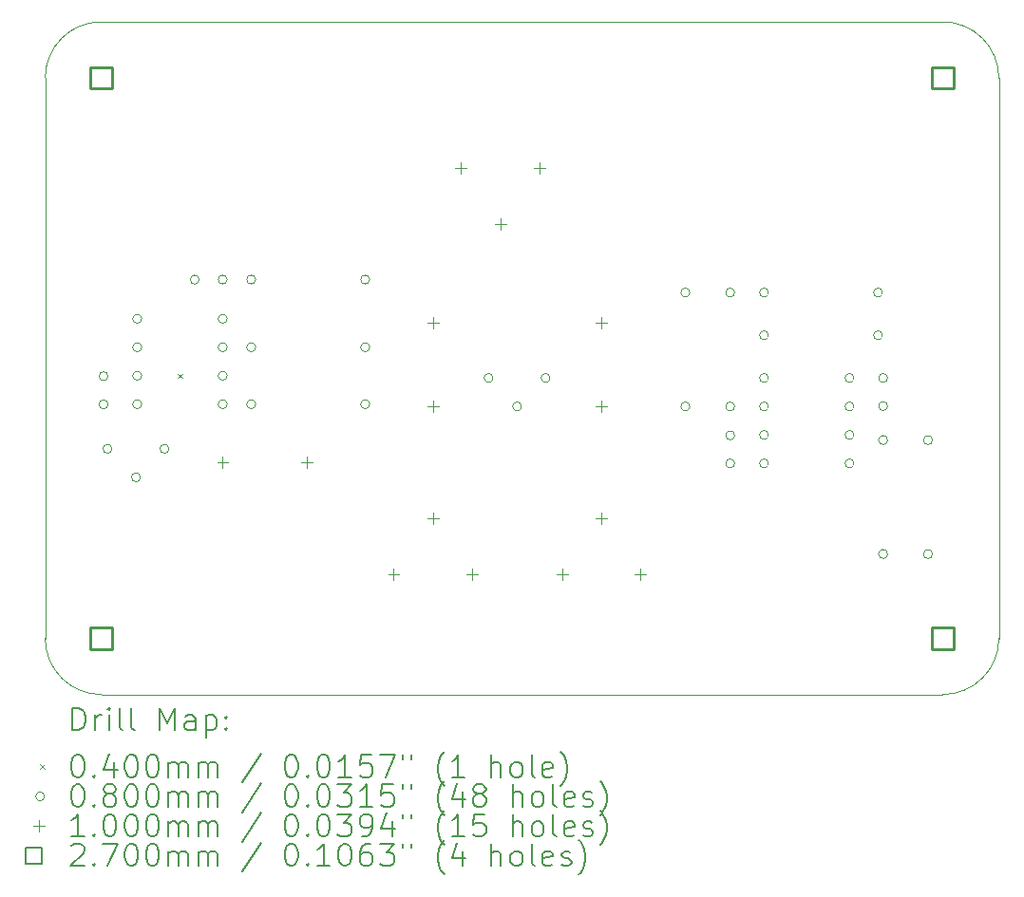
<source format=gbr>
%TF.GenerationSoftware,KiCad,Pcbnew,7.0.1*%
%TF.CreationDate,2023-05-01T00:30:47+02:00*%
%TF.ProjectId,ChuaCircuits,43687561-4369-4726-9375-6974732e6b69,rev?*%
%TF.SameCoordinates,Original*%
%TF.FileFunction,Drillmap*%
%TF.FilePolarity,Positive*%
%FSLAX45Y45*%
G04 Gerber Fmt 4.5, Leading zero omitted, Abs format (unit mm)*
G04 Created by KiCad (PCBNEW 7.0.1) date 2023-05-01 00:30:47*
%MOMM*%
%LPD*%
G01*
G04 APERTURE LIST*
%ADD10C,0.100000*%
%ADD11C,0.200000*%
%ADD12C,0.040000*%
%ADD13C,0.080000*%
%ADD14C,0.270000*%
G04 APERTURE END LIST*
D10*
X14856000Y-12153000D02*
G75*
G03*
X15356000Y-11653000I0J500000D01*
G01*
X15356000Y-6653000D02*
G75*
G03*
X14856000Y-6153000I-500000J0D01*
G01*
X6856000Y-11653000D02*
G75*
G03*
X7356000Y-12153000I500000J0D01*
G01*
X15356000Y-11653000D02*
X15356000Y-6653000D01*
X7356000Y-6153000D02*
X14856000Y-6153000D01*
X7356000Y-6153000D02*
G75*
G03*
X6856000Y-6653000I0J-500000D01*
G01*
X6856000Y-11653000D02*
X6856000Y-6653000D01*
X7356000Y-12153000D02*
X14856000Y-12153000D01*
D11*
D12*
X8036000Y-9290000D02*
X8076000Y-9330000D01*
X8076000Y-9290000D02*
X8036000Y-9330000D01*
D13*
X7416000Y-9314000D02*
G75*
G03*
X7416000Y-9314000I-40000J0D01*
G01*
X7416000Y-9564000D02*
G75*
G03*
X7416000Y-9564000I-40000J0D01*
G01*
X7450000Y-9961500D02*
G75*
G03*
X7450000Y-9961500I-40000J0D01*
G01*
X7704000Y-10215500D02*
G75*
G03*
X7704000Y-10215500I-40000J0D01*
G01*
X7716000Y-8802000D02*
G75*
G03*
X7716000Y-8802000I-40000J0D01*
G01*
X7716000Y-9056000D02*
G75*
G03*
X7716000Y-9056000I-40000J0D01*
G01*
X7716000Y-9310000D02*
G75*
G03*
X7716000Y-9310000I-40000J0D01*
G01*
X7716000Y-9564000D02*
G75*
G03*
X7716000Y-9564000I-40000J0D01*
G01*
X7958000Y-9961500D02*
G75*
G03*
X7958000Y-9961500I-40000J0D01*
G01*
X8228000Y-8452000D02*
G75*
G03*
X8228000Y-8452000I-40000J0D01*
G01*
X8478000Y-8452000D02*
G75*
G03*
X8478000Y-8452000I-40000J0D01*
G01*
X8478000Y-8802000D02*
G75*
G03*
X8478000Y-8802000I-40000J0D01*
G01*
X8478000Y-9056000D02*
G75*
G03*
X8478000Y-9056000I-40000J0D01*
G01*
X8478000Y-9310000D02*
G75*
G03*
X8478000Y-9310000I-40000J0D01*
G01*
X8478000Y-9564000D02*
G75*
G03*
X8478000Y-9564000I-40000J0D01*
G01*
X8732000Y-8452000D02*
G75*
G03*
X8732000Y-8452000I-40000J0D01*
G01*
X8732000Y-9056000D02*
G75*
G03*
X8732000Y-9056000I-40000J0D01*
G01*
X8732000Y-9564000D02*
G75*
G03*
X8732000Y-9564000I-40000J0D01*
G01*
X9748000Y-8452000D02*
G75*
G03*
X9748000Y-8452000I-40000J0D01*
G01*
X9748000Y-9056000D02*
G75*
G03*
X9748000Y-9056000I-40000J0D01*
G01*
X9748000Y-9564000D02*
G75*
G03*
X9748000Y-9564000I-40000J0D01*
G01*
X10848000Y-9330000D02*
G75*
G03*
X10848000Y-9330000I-40000J0D01*
G01*
X11102000Y-9584000D02*
G75*
G03*
X11102000Y-9584000I-40000J0D01*
G01*
X11356000Y-9330000D02*
G75*
G03*
X11356000Y-9330000I-40000J0D01*
G01*
X12602000Y-8568000D02*
G75*
G03*
X12602000Y-8568000I-40000J0D01*
G01*
X12602000Y-9584000D02*
G75*
G03*
X12602000Y-9584000I-40000J0D01*
G01*
X13002000Y-8568000D02*
G75*
G03*
X13002000Y-8568000I-40000J0D01*
G01*
X13002000Y-9584000D02*
G75*
G03*
X13002000Y-9584000I-40000J0D01*
G01*
X13002000Y-9842000D02*
G75*
G03*
X13002000Y-9842000I-40000J0D01*
G01*
X13002000Y-10092000D02*
G75*
G03*
X13002000Y-10092000I-40000J0D01*
G01*
X13302000Y-8568000D02*
G75*
G03*
X13302000Y-8568000I-40000J0D01*
G01*
X13302000Y-8949000D02*
G75*
G03*
X13302000Y-8949000I-40000J0D01*
G01*
X13302000Y-9330000D02*
G75*
G03*
X13302000Y-9330000I-40000J0D01*
G01*
X13302000Y-9584000D02*
G75*
G03*
X13302000Y-9584000I-40000J0D01*
G01*
X13302000Y-9838000D02*
G75*
G03*
X13302000Y-9838000I-40000J0D01*
G01*
X13302000Y-10092000D02*
G75*
G03*
X13302000Y-10092000I-40000J0D01*
G01*
X14064000Y-9330000D02*
G75*
G03*
X14064000Y-9330000I-40000J0D01*
G01*
X14064000Y-9584000D02*
G75*
G03*
X14064000Y-9584000I-40000J0D01*
G01*
X14064000Y-9838000D02*
G75*
G03*
X14064000Y-9838000I-40000J0D01*
G01*
X14064000Y-10092000D02*
G75*
G03*
X14064000Y-10092000I-40000J0D01*
G01*
X14318000Y-8568000D02*
G75*
G03*
X14318000Y-8568000I-40000J0D01*
G01*
X14318000Y-8949000D02*
G75*
G03*
X14318000Y-8949000I-40000J0D01*
G01*
X14364000Y-9330000D02*
G75*
G03*
X14364000Y-9330000I-40000J0D01*
G01*
X14364000Y-9580000D02*
G75*
G03*
X14364000Y-9580000I-40000J0D01*
G01*
X14364000Y-9884000D02*
G75*
G03*
X14364000Y-9884000I-40000J0D01*
G01*
X14364000Y-10900000D02*
G75*
G03*
X14364000Y-10900000I-40000J0D01*
G01*
X14764000Y-9884000D02*
G75*
G03*
X14764000Y-9884000I-40000J0D01*
G01*
X14764000Y-10900000D02*
G75*
G03*
X14764000Y-10900000I-40000J0D01*
G01*
D10*
X8438000Y-10034000D02*
X8438000Y-10134000D01*
X8388000Y-10084000D02*
X8488000Y-10084000D01*
X9188000Y-10034000D02*
X9188000Y-10134000D01*
X9138000Y-10084000D02*
X9238000Y-10084000D01*
X9962000Y-11034000D02*
X9962000Y-11134000D01*
X9912000Y-11084000D02*
X10012000Y-11084000D01*
X10312000Y-8784000D02*
X10312000Y-8884000D01*
X10262000Y-8834000D02*
X10362000Y-8834000D01*
X10312000Y-9534000D02*
X10312000Y-9634000D01*
X10262000Y-9584000D02*
X10362000Y-9584000D01*
X10312000Y-10534000D02*
X10312000Y-10634000D01*
X10262000Y-10584000D02*
X10362000Y-10584000D01*
X10562000Y-7406000D02*
X10562000Y-7506000D01*
X10512000Y-7456000D02*
X10612000Y-7456000D01*
X10662000Y-11034000D02*
X10662000Y-11134000D01*
X10612000Y-11084000D02*
X10712000Y-11084000D01*
X10912000Y-7906000D02*
X10912000Y-8006000D01*
X10862000Y-7956000D02*
X10962000Y-7956000D01*
X11262000Y-7406000D02*
X11262000Y-7506000D01*
X11212000Y-7456000D02*
X11312000Y-7456000D01*
X11462000Y-11034000D02*
X11462000Y-11134000D01*
X11412000Y-11084000D02*
X11512000Y-11084000D01*
X11812000Y-8784000D02*
X11812000Y-8884000D01*
X11762000Y-8834000D02*
X11862000Y-8834000D01*
X11812000Y-9534000D02*
X11812000Y-9634000D01*
X11762000Y-9584000D02*
X11862000Y-9584000D01*
X11812000Y-10534000D02*
X11812000Y-10634000D01*
X11762000Y-10584000D02*
X11862000Y-10584000D01*
X12162000Y-11034000D02*
X12162000Y-11134000D01*
X12112000Y-11084000D02*
X12212000Y-11084000D01*
D14*
X7451460Y-6748460D02*
X7451460Y-6557540D01*
X7260539Y-6557540D01*
X7260539Y-6748460D01*
X7451460Y-6748460D01*
X7451460Y-11748460D02*
X7451460Y-11557540D01*
X7260540Y-11557540D01*
X7260540Y-11748460D01*
X7451460Y-11748460D01*
X14951460Y-6748460D02*
X14951460Y-6557540D01*
X14760540Y-6557540D01*
X14760540Y-6748460D01*
X14951460Y-6748460D01*
X14951460Y-11748460D02*
X14951460Y-11557540D01*
X14760540Y-11557540D01*
X14760540Y-11748460D01*
X14951460Y-11748460D01*
D11*
X7098619Y-12470524D02*
X7098619Y-12270524D01*
X7098619Y-12270524D02*
X7146238Y-12270524D01*
X7146238Y-12270524D02*
X7174809Y-12280048D01*
X7174809Y-12280048D02*
X7193857Y-12299095D01*
X7193857Y-12299095D02*
X7203381Y-12318143D01*
X7203381Y-12318143D02*
X7212905Y-12356238D01*
X7212905Y-12356238D02*
X7212905Y-12384809D01*
X7212905Y-12384809D02*
X7203381Y-12422905D01*
X7203381Y-12422905D02*
X7193857Y-12441952D01*
X7193857Y-12441952D02*
X7174809Y-12461000D01*
X7174809Y-12461000D02*
X7146238Y-12470524D01*
X7146238Y-12470524D02*
X7098619Y-12470524D01*
X7298619Y-12470524D02*
X7298619Y-12337190D01*
X7298619Y-12375286D02*
X7308143Y-12356238D01*
X7308143Y-12356238D02*
X7317667Y-12346714D01*
X7317667Y-12346714D02*
X7336714Y-12337190D01*
X7336714Y-12337190D02*
X7355762Y-12337190D01*
X7422428Y-12470524D02*
X7422428Y-12337190D01*
X7422428Y-12270524D02*
X7412905Y-12280048D01*
X7412905Y-12280048D02*
X7422428Y-12289571D01*
X7422428Y-12289571D02*
X7431952Y-12280048D01*
X7431952Y-12280048D02*
X7422428Y-12270524D01*
X7422428Y-12270524D02*
X7422428Y-12289571D01*
X7546238Y-12470524D02*
X7527190Y-12461000D01*
X7527190Y-12461000D02*
X7517667Y-12441952D01*
X7517667Y-12441952D02*
X7517667Y-12270524D01*
X7651000Y-12470524D02*
X7631952Y-12461000D01*
X7631952Y-12461000D02*
X7622428Y-12441952D01*
X7622428Y-12441952D02*
X7622428Y-12270524D01*
X7879571Y-12470524D02*
X7879571Y-12270524D01*
X7879571Y-12270524D02*
X7946238Y-12413381D01*
X7946238Y-12413381D02*
X8012905Y-12270524D01*
X8012905Y-12270524D02*
X8012905Y-12470524D01*
X8193857Y-12470524D02*
X8193857Y-12365762D01*
X8193857Y-12365762D02*
X8184333Y-12346714D01*
X8184333Y-12346714D02*
X8165286Y-12337190D01*
X8165286Y-12337190D02*
X8127190Y-12337190D01*
X8127190Y-12337190D02*
X8108143Y-12346714D01*
X8193857Y-12461000D02*
X8174809Y-12470524D01*
X8174809Y-12470524D02*
X8127190Y-12470524D01*
X8127190Y-12470524D02*
X8108143Y-12461000D01*
X8108143Y-12461000D02*
X8098619Y-12441952D01*
X8098619Y-12441952D02*
X8098619Y-12422905D01*
X8098619Y-12422905D02*
X8108143Y-12403857D01*
X8108143Y-12403857D02*
X8127190Y-12394333D01*
X8127190Y-12394333D02*
X8174809Y-12394333D01*
X8174809Y-12394333D02*
X8193857Y-12384809D01*
X8289095Y-12337190D02*
X8289095Y-12537190D01*
X8289095Y-12346714D02*
X8308143Y-12337190D01*
X8308143Y-12337190D02*
X8346238Y-12337190D01*
X8346238Y-12337190D02*
X8365286Y-12346714D01*
X8365286Y-12346714D02*
X8374809Y-12356238D01*
X8374809Y-12356238D02*
X8384333Y-12375286D01*
X8384333Y-12375286D02*
X8384333Y-12432428D01*
X8384333Y-12432428D02*
X8374809Y-12451476D01*
X8374809Y-12451476D02*
X8365286Y-12461000D01*
X8365286Y-12461000D02*
X8346238Y-12470524D01*
X8346238Y-12470524D02*
X8308143Y-12470524D01*
X8308143Y-12470524D02*
X8289095Y-12461000D01*
X8470048Y-12451476D02*
X8479571Y-12461000D01*
X8479571Y-12461000D02*
X8470048Y-12470524D01*
X8470048Y-12470524D02*
X8460524Y-12461000D01*
X8460524Y-12461000D02*
X8470048Y-12451476D01*
X8470048Y-12451476D02*
X8470048Y-12470524D01*
X8470048Y-12346714D02*
X8479571Y-12356238D01*
X8479571Y-12356238D02*
X8470048Y-12365762D01*
X8470048Y-12365762D02*
X8460524Y-12356238D01*
X8460524Y-12356238D02*
X8470048Y-12346714D01*
X8470048Y-12346714D02*
X8470048Y-12365762D01*
D12*
X6811000Y-12778000D02*
X6851000Y-12818000D01*
X6851000Y-12778000D02*
X6811000Y-12818000D01*
D11*
X7136714Y-12690524D02*
X7155762Y-12690524D01*
X7155762Y-12690524D02*
X7174809Y-12700048D01*
X7174809Y-12700048D02*
X7184333Y-12709571D01*
X7184333Y-12709571D02*
X7193857Y-12728619D01*
X7193857Y-12728619D02*
X7203381Y-12766714D01*
X7203381Y-12766714D02*
X7203381Y-12814333D01*
X7203381Y-12814333D02*
X7193857Y-12852428D01*
X7193857Y-12852428D02*
X7184333Y-12871476D01*
X7184333Y-12871476D02*
X7174809Y-12881000D01*
X7174809Y-12881000D02*
X7155762Y-12890524D01*
X7155762Y-12890524D02*
X7136714Y-12890524D01*
X7136714Y-12890524D02*
X7117667Y-12881000D01*
X7117667Y-12881000D02*
X7108143Y-12871476D01*
X7108143Y-12871476D02*
X7098619Y-12852428D01*
X7098619Y-12852428D02*
X7089095Y-12814333D01*
X7089095Y-12814333D02*
X7089095Y-12766714D01*
X7089095Y-12766714D02*
X7098619Y-12728619D01*
X7098619Y-12728619D02*
X7108143Y-12709571D01*
X7108143Y-12709571D02*
X7117667Y-12700048D01*
X7117667Y-12700048D02*
X7136714Y-12690524D01*
X7289095Y-12871476D02*
X7298619Y-12881000D01*
X7298619Y-12881000D02*
X7289095Y-12890524D01*
X7289095Y-12890524D02*
X7279571Y-12881000D01*
X7279571Y-12881000D02*
X7289095Y-12871476D01*
X7289095Y-12871476D02*
X7289095Y-12890524D01*
X7470048Y-12757190D02*
X7470048Y-12890524D01*
X7422428Y-12681000D02*
X7374809Y-12823857D01*
X7374809Y-12823857D02*
X7498619Y-12823857D01*
X7612905Y-12690524D02*
X7631952Y-12690524D01*
X7631952Y-12690524D02*
X7651000Y-12700048D01*
X7651000Y-12700048D02*
X7660524Y-12709571D01*
X7660524Y-12709571D02*
X7670048Y-12728619D01*
X7670048Y-12728619D02*
X7679571Y-12766714D01*
X7679571Y-12766714D02*
X7679571Y-12814333D01*
X7679571Y-12814333D02*
X7670048Y-12852428D01*
X7670048Y-12852428D02*
X7660524Y-12871476D01*
X7660524Y-12871476D02*
X7651000Y-12881000D01*
X7651000Y-12881000D02*
X7631952Y-12890524D01*
X7631952Y-12890524D02*
X7612905Y-12890524D01*
X7612905Y-12890524D02*
X7593857Y-12881000D01*
X7593857Y-12881000D02*
X7584333Y-12871476D01*
X7584333Y-12871476D02*
X7574809Y-12852428D01*
X7574809Y-12852428D02*
X7565286Y-12814333D01*
X7565286Y-12814333D02*
X7565286Y-12766714D01*
X7565286Y-12766714D02*
X7574809Y-12728619D01*
X7574809Y-12728619D02*
X7584333Y-12709571D01*
X7584333Y-12709571D02*
X7593857Y-12700048D01*
X7593857Y-12700048D02*
X7612905Y-12690524D01*
X7803381Y-12690524D02*
X7822429Y-12690524D01*
X7822429Y-12690524D02*
X7841476Y-12700048D01*
X7841476Y-12700048D02*
X7851000Y-12709571D01*
X7851000Y-12709571D02*
X7860524Y-12728619D01*
X7860524Y-12728619D02*
X7870048Y-12766714D01*
X7870048Y-12766714D02*
X7870048Y-12814333D01*
X7870048Y-12814333D02*
X7860524Y-12852428D01*
X7860524Y-12852428D02*
X7851000Y-12871476D01*
X7851000Y-12871476D02*
X7841476Y-12881000D01*
X7841476Y-12881000D02*
X7822429Y-12890524D01*
X7822429Y-12890524D02*
X7803381Y-12890524D01*
X7803381Y-12890524D02*
X7784333Y-12881000D01*
X7784333Y-12881000D02*
X7774809Y-12871476D01*
X7774809Y-12871476D02*
X7765286Y-12852428D01*
X7765286Y-12852428D02*
X7755762Y-12814333D01*
X7755762Y-12814333D02*
X7755762Y-12766714D01*
X7755762Y-12766714D02*
X7765286Y-12728619D01*
X7765286Y-12728619D02*
X7774809Y-12709571D01*
X7774809Y-12709571D02*
X7784333Y-12700048D01*
X7784333Y-12700048D02*
X7803381Y-12690524D01*
X7955762Y-12890524D02*
X7955762Y-12757190D01*
X7955762Y-12776238D02*
X7965286Y-12766714D01*
X7965286Y-12766714D02*
X7984333Y-12757190D01*
X7984333Y-12757190D02*
X8012905Y-12757190D01*
X8012905Y-12757190D02*
X8031952Y-12766714D01*
X8031952Y-12766714D02*
X8041476Y-12785762D01*
X8041476Y-12785762D02*
X8041476Y-12890524D01*
X8041476Y-12785762D02*
X8051000Y-12766714D01*
X8051000Y-12766714D02*
X8070048Y-12757190D01*
X8070048Y-12757190D02*
X8098619Y-12757190D01*
X8098619Y-12757190D02*
X8117667Y-12766714D01*
X8117667Y-12766714D02*
X8127190Y-12785762D01*
X8127190Y-12785762D02*
X8127190Y-12890524D01*
X8222429Y-12890524D02*
X8222429Y-12757190D01*
X8222429Y-12776238D02*
X8231952Y-12766714D01*
X8231952Y-12766714D02*
X8251000Y-12757190D01*
X8251000Y-12757190D02*
X8279571Y-12757190D01*
X8279571Y-12757190D02*
X8298619Y-12766714D01*
X8298619Y-12766714D02*
X8308143Y-12785762D01*
X8308143Y-12785762D02*
X8308143Y-12890524D01*
X8308143Y-12785762D02*
X8317667Y-12766714D01*
X8317667Y-12766714D02*
X8336714Y-12757190D01*
X8336714Y-12757190D02*
X8365286Y-12757190D01*
X8365286Y-12757190D02*
X8384333Y-12766714D01*
X8384333Y-12766714D02*
X8393857Y-12785762D01*
X8393857Y-12785762D02*
X8393857Y-12890524D01*
X8784333Y-12681000D02*
X8612905Y-12938143D01*
X9041476Y-12690524D02*
X9060524Y-12690524D01*
X9060524Y-12690524D02*
X9079572Y-12700048D01*
X9079572Y-12700048D02*
X9089095Y-12709571D01*
X9089095Y-12709571D02*
X9098619Y-12728619D01*
X9098619Y-12728619D02*
X9108143Y-12766714D01*
X9108143Y-12766714D02*
X9108143Y-12814333D01*
X9108143Y-12814333D02*
X9098619Y-12852428D01*
X9098619Y-12852428D02*
X9089095Y-12871476D01*
X9089095Y-12871476D02*
X9079572Y-12881000D01*
X9079572Y-12881000D02*
X9060524Y-12890524D01*
X9060524Y-12890524D02*
X9041476Y-12890524D01*
X9041476Y-12890524D02*
X9022429Y-12881000D01*
X9022429Y-12881000D02*
X9012905Y-12871476D01*
X9012905Y-12871476D02*
X9003381Y-12852428D01*
X9003381Y-12852428D02*
X8993857Y-12814333D01*
X8993857Y-12814333D02*
X8993857Y-12766714D01*
X8993857Y-12766714D02*
X9003381Y-12728619D01*
X9003381Y-12728619D02*
X9012905Y-12709571D01*
X9012905Y-12709571D02*
X9022429Y-12700048D01*
X9022429Y-12700048D02*
X9041476Y-12690524D01*
X9193857Y-12871476D02*
X9203381Y-12881000D01*
X9203381Y-12881000D02*
X9193857Y-12890524D01*
X9193857Y-12890524D02*
X9184334Y-12881000D01*
X9184334Y-12881000D02*
X9193857Y-12871476D01*
X9193857Y-12871476D02*
X9193857Y-12890524D01*
X9327191Y-12690524D02*
X9346238Y-12690524D01*
X9346238Y-12690524D02*
X9365286Y-12700048D01*
X9365286Y-12700048D02*
X9374810Y-12709571D01*
X9374810Y-12709571D02*
X9384334Y-12728619D01*
X9384334Y-12728619D02*
X9393857Y-12766714D01*
X9393857Y-12766714D02*
X9393857Y-12814333D01*
X9393857Y-12814333D02*
X9384334Y-12852428D01*
X9384334Y-12852428D02*
X9374810Y-12871476D01*
X9374810Y-12871476D02*
X9365286Y-12881000D01*
X9365286Y-12881000D02*
X9346238Y-12890524D01*
X9346238Y-12890524D02*
X9327191Y-12890524D01*
X9327191Y-12890524D02*
X9308143Y-12881000D01*
X9308143Y-12881000D02*
X9298619Y-12871476D01*
X9298619Y-12871476D02*
X9289095Y-12852428D01*
X9289095Y-12852428D02*
X9279572Y-12814333D01*
X9279572Y-12814333D02*
X9279572Y-12766714D01*
X9279572Y-12766714D02*
X9289095Y-12728619D01*
X9289095Y-12728619D02*
X9298619Y-12709571D01*
X9298619Y-12709571D02*
X9308143Y-12700048D01*
X9308143Y-12700048D02*
X9327191Y-12690524D01*
X9584334Y-12890524D02*
X9470048Y-12890524D01*
X9527191Y-12890524D02*
X9527191Y-12690524D01*
X9527191Y-12690524D02*
X9508143Y-12719095D01*
X9508143Y-12719095D02*
X9489095Y-12738143D01*
X9489095Y-12738143D02*
X9470048Y-12747667D01*
X9765286Y-12690524D02*
X9670048Y-12690524D01*
X9670048Y-12690524D02*
X9660524Y-12785762D01*
X9660524Y-12785762D02*
X9670048Y-12776238D01*
X9670048Y-12776238D02*
X9689095Y-12766714D01*
X9689095Y-12766714D02*
X9736715Y-12766714D01*
X9736715Y-12766714D02*
X9755762Y-12776238D01*
X9755762Y-12776238D02*
X9765286Y-12785762D01*
X9765286Y-12785762D02*
X9774810Y-12804809D01*
X9774810Y-12804809D02*
X9774810Y-12852428D01*
X9774810Y-12852428D02*
X9765286Y-12871476D01*
X9765286Y-12871476D02*
X9755762Y-12881000D01*
X9755762Y-12881000D02*
X9736715Y-12890524D01*
X9736715Y-12890524D02*
X9689095Y-12890524D01*
X9689095Y-12890524D02*
X9670048Y-12881000D01*
X9670048Y-12881000D02*
X9660524Y-12871476D01*
X9841476Y-12690524D02*
X9974810Y-12690524D01*
X9974810Y-12690524D02*
X9889095Y-12890524D01*
X10041476Y-12690524D02*
X10041476Y-12728619D01*
X10117667Y-12690524D02*
X10117667Y-12728619D01*
X10412905Y-12966714D02*
X10403381Y-12957190D01*
X10403381Y-12957190D02*
X10384334Y-12928619D01*
X10384334Y-12928619D02*
X10374810Y-12909571D01*
X10374810Y-12909571D02*
X10365286Y-12881000D01*
X10365286Y-12881000D02*
X10355762Y-12833381D01*
X10355762Y-12833381D02*
X10355762Y-12795286D01*
X10355762Y-12795286D02*
X10365286Y-12747667D01*
X10365286Y-12747667D02*
X10374810Y-12719095D01*
X10374810Y-12719095D02*
X10384334Y-12700048D01*
X10384334Y-12700048D02*
X10403381Y-12671476D01*
X10403381Y-12671476D02*
X10412905Y-12661952D01*
X10593857Y-12890524D02*
X10479572Y-12890524D01*
X10536715Y-12890524D02*
X10536715Y-12690524D01*
X10536715Y-12690524D02*
X10517667Y-12719095D01*
X10517667Y-12719095D02*
X10498619Y-12738143D01*
X10498619Y-12738143D02*
X10479572Y-12747667D01*
X10831953Y-12890524D02*
X10831953Y-12690524D01*
X10917667Y-12890524D02*
X10917667Y-12785762D01*
X10917667Y-12785762D02*
X10908143Y-12766714D01*
X10908143Y-12766714D02*
X10889096Y-12757190D01*
X10889096Y-12757190D02*
X10860524Y-12757190D01*
X10860524Y-12757190D02*
X10841477Y-12766714D01*
X10841477Y-12766714D02*
X10831953Y-12776238D01*
X11041477Y-12890524D02*
X11022429Y-12881000D01*
X11022429Y-12881000D02*
X11012905Y-12871476D01*
X11012905Y-12871476D02*
X11003381Y-12852428D01*
X11003381Y-12852428D02*
X11003381Y-12795286D01*
X11003381Y-12795286D02*
X11012905Y-12776238D01*
X11012905Y-12776238D02*
X11022429Y-12766714D01*
X11022429Y-12766714D02*
X11041477Y-12757190D01*
X11041477Y-12757190D02*
X11070048Y-12757190D01*
X11070048Y-12757190D02*
X11089096Y-12766714D01*
X11089096Y-12766714D02*
X11098619Y-12776238D01*
X11098619Y-12776238D02*
X11108143Y-12795286D01*
X11108143Y-12795286D02*
X11108143Y-12852428D01*
X11108143Y-12852428D02*
X11098619Y-12871476D01*
X11098619Y-12871476D02*
X11089096Y-12881000D01*
X11089096Y-12881000D02*
X11070048Y-12890524D01*
X11070048Y-12890524D02*
X11041477Y-12890524D01*
X11222429Y-12890524D02*
X11203381Y-12881000D01*
X11203381Y-12881000D02*
X11193857Y-12861952D01*
X11193857Y-12861952D02*
X11193857Y-12690524D01*
X11374810Y-12881000D02*
X11355762Y-12890524D01*
X11355762Y-12890524D02*
X11317667Y-12890524D01*
X11317667Y-12890524D02*
X11298619Y-12881000D01*
X11298619Y-12881000D02*
X11289096Y-12861952D01*
X11289096Y-12861952D02*
X11289096Y-12785762D01*
X11289096Y-12785762D02*
X11298619Y-12766714D01*
X11298619Y-12766714D02*
X11317667Y-12757190D01*
X11317667Y-12757190D02*
X11355762Y-12757190D01*
X11355762Y-12757190D02*
X11374810Y-12766714D01*
X11374810Y-12766714D02*
X11384334Y-12785762D01*
X11384334Y-12785762D02*
X11384334Y-12804809D01*
X11384334Y-12804809D02*
X11289096Y-12823857D01*
X11451000Y-12966714D02*
X11460524Y-12957190D01*
X11460524Y-12957190D02*
X11479572Y-12928619D01*
X11479572Y-12928619D02*
X11489096Y-12909571D01*
X11489096Y-12909571D02*
X11498619Y-12881000D01*
X11498619Y-12881000D02*
X11508143Y-12833381D01*
X11508143Y-12833381D02*
X11508143Y-12795286D01*
X11508143Y-12795286D02*
X11498619Y-12747667D01*
X11498619Y-12747667D02*
X11489096Y-12719095D01*
X11489096Y-12719095D02*
X11479572Y-12700048D01*
X11479572Y-12700048D02*
X11460524Y-12671476D01*
X11460524Y-12671476D02*
X11451000Y-12661952D01*
D13*
X6851000Y-13062000D02*
G75*
G03*
X6851000Y-13062000I-40000J0D01*
G01*
D11*
X7136714Y-12954524D02*
X7155762Y-12954524D01*
X7155762Y-12954524D02*
X7174809Y-12964048D01*
X7174809Y-12964048D02*
X7184333Y-12973571D01*
X7184333Y-12973571D02*
X7193857Y-12992619D01*
X7193857Y-12992619D02*
X7203381Y-13030714D01*
X7203381Y-13030714D02*
X7203381Y-13078333D01*
X7203381Y-13078333D02*
X7193857Y-13116428D01*
X7193857Y-13116428D02*
X7184333Y-13135476D01*
X7184333Y-13135476D02*
X7174809Y-13145000D01*
X7174809Y-13145000D02*
X7155762Y-13154524D01*
X7155762Y-13154524D02*
X7136714Y-13154524D01*
X7136714Y-13154524D02*
X7117667Y-13145000D01*
X7117667Y-13145000D02*
X7108143Y-13135476D01*
X7108143Y-13135476D02*
X7098619Y-13116428D01*
X7098619Y-13116428D02*
X7089095Y-13078333D01*
X7089095Y-13078333D02*
X7089095Y-13030714D01*
X7089095Y-13030714D02*
X7098619Y-12992619D01*
X7098619Y-12992619D02*
X7108143Y-12973571D01*
X7108143Y-12973571D02*
X7117667Y-12964048D01*
X7117667Y-12964048D02*
X7136714Y-12954524D01*
X7289095Y-13135476D02*
X7298619Y-13145000D01*
X7298619Y-13145000D02*
X7289095Y-13154524D01*
X7289095Y-13154524D02*
X7279571Y-13145000D01*
X7279571Y-13145000D02*
X7289095Y-13135476D01*
X7289095Y-13135476D02*
X7289095Y-13154524D01*
X7412905Y-13040238D02*
X7393857Y-13030714D01*
X7393857Y-13030714D02*
X7384333Y-13021190D01*
X7384333Y-13021190D02*
X7374809Y-13002143D01*
X7374809Y-13002143D02*
X7374809Y-12992619D01*
X7374809Y-12992619D02*
X7384333Y-12973571D01*
X7384333Y-12973571D02*
X7393857Y-12964048D01*
X7393857Y-12964048D02*
X7412905Y-12954524D01*
X7412905Y-12954524D02*
X7451000Y-12954524D01*
X7451000Y-12954524D02*
X7470048Y-12964048D01*
X7470048Y-12964048D02*
X7479571Y-12973571D01*
X7479571Y-12973571D02*
X7489095Y-12992619D01*
X7489095Y-12992619D02*
X7489095Y-13002143D01*
X7489095Y-13002143D02*
X7479571Y-13021190D01*
X7479571Y-13021190D02*
X7470048Y-13030714D01*
X7470048Y-13030714D02*
X7451000Y-13040238D01*
X7451000Y-13040238D02*
X7412905Y-13040238D01*
X7412905Y-13040238D02*
X7393857Y-13049762D01*
X7393857Y-13049762D02*
X7384333Y-13059286D01*
X7384333Y-13059286D02*
X7374809Y-13078333D01*
X7374809Y-13078333D02*
X7374809Y-13116428D01*
X7374809Y-13116428D02*
X7384333Y-13135476D01*
X7384333Y-13135476D02*
X7393857Y-13145000D01*
X7393857Y-13145000D02*
X7412905Y-13154524D01*
X7412905Y-13154524D02*
X7451000Y-13154524D01*
X7451000Y-13154524D02*
X7470048Y-13145000D01*
X7470048Y-13145000D02*
X7479571Y-13135476D01*
X7479571Y-13135476D02*
X7489095Y-13116428D01*
X7489095Y-13116428D02*
X7489095Y-13078333D01*
X7489095Y-13078333D02*
X7479571Y-13059286D01*
X7479571Y-13059286D02*
X7470048Y-13049762D01*
X7470048Y-13049762D02*
X7451000Y-13040238D01*
X7612905Y-12954524D02*
X7631952Y-12954524D01*
X7631952Y-12954524D02*
X7651000Y-12964048D01*
X7651000Y-12964048D02*
X7660524Y-12973571D01*
X7660524Y-12973571D02*
X7670048Y-12992619D01*
X7670048Y-12992619D02*
X7679571Y-13030714D01*
X7679571Y-13030714D02*
X7679571Y-13078333D01*
X7679571Y-13078333D02*
X7670048Y-13116428D01*
X7670048Y-13116428D02*
X7660524Y-13135476D01*
X7660524Y-13135476D02*
X7651000Y-13145000D01*
X7651000Y-13145000D02*
X7631952Y-13154524D01*
X7631952Y-13154524D02*
X7612905Y-13154524D01*
X7612905Y-13154524D02*
X7593857Y-13145000D01*
X7593857Y-13145000D02*
X7584333Y-13135476D01*
X7584333Y-13135476D02*
X7574809Y-13116428D01*
X7574809Y-13116428D02*
X7565286Y-13078333D01*
X7565286Y-13078333D02*
X7565286Y-13030714D01*
X7565286Y-13030714D02*
X7574809Y-12992619D01*
X7574809Y-12992619D02*
X7584333Y-12973571D01*
X7584333Y-12973571D02*
X7593857Y-12964048D01*
X7593857Y-12964048D02*
X7612905Y-12954524D01*
X7803381Y-12954524D02*
X7822429Y-12954524D01*
X7822429Y-12954524D02*
X7841476Y-12964048D01*
X7841476Y-12964048D02*
X7851000Y-12973571D01*
X7851000Y-12973571D02*
X7860524Y-12992619D01*
X7860524Y-12992619D02*
X7870048Y-13030714D01*
X7870048Y-13030714D02*
X7870048Y-13078333D01*
X7870048Y-13078333D02*
X7860524Y-13116428D01*
X7860524Y-13116428D02*
X7851000Y-13135476D01*
X7851000Y-13135476D02*
X7841476Y-13145000D01*
X7841476Y-13145000D02*
X7822429Y-13154524D01*
X7822429Y-13154524D02*
X7803381Y-13154524D01*
X7803381Y-13154524D02*
X7784333Y-13145000D01*
X7784333Y-13145000D02*
X7774809Y-13135476D01*
X7774809Y-13135476D02*
X7765286Y-13116428D01*
X7765286Y-13116428D02*
X7755762Y-13078333D01*
X7755762Y-13078333D02*
X7755762Y-13030714D01*
X7755762Y-13030714D02*
X7765286Y-12992619D01*
X7765286Y-12992619D02*
X7774809Y-12973571D01*
X7774809Y-12973571D02*
X7784333Y-12964048D01*
X7784333Y-12964048D02*
X7803381Y-12954524D01*
X7955762Y-13154524D02*
X7955762Y-13021190D01*
X7955762Y-13040238D02*
X7965286Y-13030714D01*
X7965286Y-13030714D02*
X7984333Y-13021190D01*
X7984333Y-13021190D02*
X8012905Y-13021190D01*
X8012905Y-13021190D02*
X8031952Y-13030714D01*
X8031952Y-13030714D02*
X8041476Y-13049762D01*
X8041476Y-13049762D02*
X8041476Y-13154524D01*
X8041476Y-13049762D02*
X8051000Y-13030714D01*
X8051000Y-13030714D02*
X8070048Y-13021190D01*
X8070048Y-13021190D02*
X8098619Y-13021190D01*
X8098619Y-13021190D02*
X8117667Y-13030714D01*
X8117667Y-13030714D02*
X8127190Y-13049762D01*
X8127190Y-13049762D02*
X8127190Y-13154524D01*
X8222429Y-13154524D02*
X8222429Y-13021190D01*
X8222429Y-13040238D02*
X8231952Y-13030714D01*
X8231952Y-13030714D02*
X8251000Y-13021190D01*
X8251000Y-13021190D02*
X8279571Y-13021190D01*
X8279571Y-13021190D02*
X8298619Y-13030714D01*
X8298619Y-13030714D02*
X8308143Y-13049762D01*
X8308143Y-13049762D02*
X8308143Y-13154524D01*
X8308143Y-13049762D02*
X8317667Y-13030714D01*
X8317667Y-13030714D02*
X8336714Y-13021190D01*
X8336714Y-13021190D02*
X8365286Y-13021190D01*
X8365286Y-13021190D02*
X8384333Y-13030714D01*
X8384333Y-13030714D02*
X8393857Y-13049762D01*
X8393857Y-13049762D02*
X8393857Y-13154524D01*
X8784333Y-12945000D02*
X8612905Y-13202143D01*
X9041476Y-12954524D02*
X9060524Y-12954524D01*
X9060524Y-12954524D02*
X9079572Y-12964048D01*
X9079572Y-12964048D02*
X9089095Y-12973571D01*
X9089095Y-12973571D02*
X9098619Y-12992619D01*
X9098619Y-12992619D02*
X9108143Y-13030714D01*
X9108143Y-13030714D02*
X9108143Y-13078333D01*
X9108143Y-13078333D02*
X9098619Y-13116428D01*
X9098619Y-13116428D02*
X9089095Y-13135476D01*
X9089095Y-13135476D02*
X9079572Y-13145000D01*
X9079572Y-13145000D02*
X9060524Y-13154524D01*
X9060524Y-13154524D02*
X9041476Y-13154524D01*
X9041476Y-13154524D02*
X9022429Y-13145000D01*
X9022429Y-13145000D02*
X9012905Y-13135476D01*
X9012905Y-13135476D02*
X9003381Y-13116428D01*
X9003381Y-13116428D02*
X8993857Y-13078333D01*
X8993857Y-13078333D02*
X8993857Y-13030714D01*
X8993857Y-13030714D02*
X9003381Y-12992619D01*
X9003381Y-12992619D02*
X9012905Y-12973571D01*
X9012905Y-12973571D02*
X9022429Y-12964048D01*
X9022429Y-12964048D02*
X9041476Y-12954524D01*
X9193857Y-13135476D02*
X9203381Y-13145000D01*
X9203381Y-13145000D02*
X9193857Y-13154524D01*
X9193857Y-13154524D02*
X9184334Y-13145000D01*
X9184334Y-13145000D02*
X9193857Y-13135476D01*
X9193857Y-13135476D02*
X9193857Y-13154524D01*
X9327191Y-12954524D02*
X9346238Y-12954524D01*
X9346238Y-12954524D02*
X9365286Y-12964048D01*
X9365286Y-12964048D02*
X9374810Y-12973571D01*
X9374810Y-12973571D02*
X9384334Y-12992619D01*
X9384334Y-12992619D02*
X9393857Y-13030714D01*
X9393857Y-13030714D02*
X9393857Y-13078333D01*
X9393857Y-13078333D02*
X9384334Y-13116428D01*
X9384334Y-13116428D02*
X9374810Y-13135476D01*
X9374810Y-13135476D02*
X9365286Y-13145000D01*
X9365286Y-13145000D02*
X9346238Y-13154524D01*
X9346238Y-13154524D02*
X9327191Y-13154524D01*
X9327191Y-13154524D02*
X9308143Y-13145000D01*
X9308143Y-13145000D02*
X9298619Y-13135476D01*
X9298619Y-13135476D02*
X9289095Y-13116428D01*
X9289095Y-13116428D02*
X9279572Y-13078333D01*
X9279572Y-13078333D02*
X9279572Y-13030714D01*
X9279572Y-13030714D02*
X9289095Y-12992619D01*
X9289095Y-12992619D02*
X9298619Y-12973571D01*
X9298619Y-12973571D02*
X9308143Y-12964048D01*
X9308143Y-12964048D02*
X9327191Y-12954524D01*
X9460524Y-12954524D02*
X9584334Y-12954524D01*
X9584334Y-12954524D02*
X9517667Y-13030714D01*
X9517667Y-13030714D02*
X9546238Y-13030714D01*
X9546238Y-13030714D02*
X9565286Y-13040238D01*
X9565286Y-13040238D02*
X9574810Y-13049762D01*
X9574810Y-13049762D02*
X9584334Y-13068809D01*
X9584334Y-13068809D02*
X9584334Y-13116428D01*
X9584334Y-13116428D02*
X9574810Y-13135476D01*
X9574810Y-13135476D02*
X9565286Y-13145000D01*
X9565286Y-13145000D02*
X9546238Y-13154524D01*
X9546238Y-13154524D02*
X9489095Y-13154524D01*
X9489095Y-13154524D02*
X9470048Y-13145000D01*
X9470048Y-13145000D02*
X9460524Y-13135476D01*
X9774810Y-13154524D02*
X9660524Y-13154524D01*
X9717667Y-13154524D02*
X9717667Y-12954524D01*
X9717667Y-12954524D02*
X9698619Y-12983095D01*
X9698619Y-12983095D02*
X9679572Y-13002143D01*
X9679572Y-13002143D02*
X9660524Y-13011667D01*
X9955762Y-12954524D02*
X9860524Y-12954524D01*
X9860524Y-12954524D02*
X9851000Y-13049762D01*
X9851000Y-13049762D02*
X9860524Y-13040238D01*
X9860524Y-13040238D02*
X9879572Y-13030714D01*
X9879572Y-13030714D02*
X9927191Y-13030714D01*
X9927191Y-13030714D02*
X9946238Y-13040238D01*
X9946238Y-13040238D02*
X9955762Y-13049762D01*
X9955762Y-13049762D02*
X9965286Y-13068809D01*
X9965286Y-13068809D02*
X9965286Y-13116428D01*
X9965286Y-13116428D02*
X9955762Y-13135476D01*
X9955762Y-13135476D02*
X9946238Y-13145000D01*
X9946238Y-13145000D02*
X9927191Y-13154524D01*
X9927191Y-13154524D02*
X9879572Y-13154524D01*
X9879572Y-13154524D02*
X9860524Y-13145000D01*
X9860524Y-13145000D02*
X9851000Y-13135476D01*
X10041476Y-12954524D02*
X10041476Y-12992619D01*
X10117667Y-12954524D02*
X10117667Y-12992619D01*
X10412905Y-13230714D02*
X10403381Y-13221190D01*
X10403381Y-13221190D02*
X10384334Y-13192619D01*
X10384334Y-13192619D02*
X10374810Y-13173571D01*
X10374810Y-13173571D02*
X10365286Y-13145000D01*
X10365286Y-13145000D02*
X10355762Y-13097381D01*
X10355762Y-13097381D02*
X10355762Y-13059286D01*
X10355762Y-13059286D02*
X10365286Y-13011667D01*
X10365286Y-13011667D02*
X10374810Y-12983095D01*
X10374810Y-12983095D02*
X10384334Y-12964048D01*
X10384334Y-12964048D02*
X10403381Y-12935476D01*
X10403381Y-12935476D02*
X10412905Y-12925952D01*
X10574810Y-13021190D02*
X10574810Y-13154524D01*
X10527191Y-12945000D02*
X10479572Y-13087857D01*
X10479572Y-13087857D02*
X10603381Y-13087857D01*
X10708143Y-13040238D02*
X10689096Y-13030714D01*
X10689096Y-13030714D02*
X10679572Y-13021190D01*
X10679572Y-13021190D02*
X10670048Y-13002143D01*
X10670048Y-13002143D02*
X10670048Y-12992619D01*
X10670048Y-12992619D02*
X10679572Y-12973571D01*
X10679572Y-12973571D02*
X10689096Y-12964048D01*
X10689096Y-12964048D02*
X10708143Y-12954524D01*
X10708143Y-12954524D02*
X10746238Y-12954524D01*
X10746238Y-12954524D02*
X10765286Y-12964048D01*
X10765286Y-12964048D02*
X10774810Y-12973571D01*
X10774810Y-12973571D02*
X10784334Y-12992619D01*
X10784334Y-12992619D02*
X10784334Y-13002143D01*
X10784334Y-13002143D02*
X10774810Y-13021190D01*
X10774810Y-13021190D02*
X10765286Y-13030714D01*
X10765286Y-13030714D02*
X10746238Y-13040238D01*
X10746238Y-13040238D02*
X10708143Y-13040238D01*
X10708143Y-13040238D02*
X10689096Y-13049762D01*
X10689096Y-13049762D02*
X10679572Y-13059286D01*
X10679572Y-13059286D02*
X10670048Y-13078333D01*
X10670048Y-13078333D02*
X10670048Y-13116428D01*
X10670048Y-13116428D02*
X10679572Y-13135476D01*
X10679572Y-13135476D02*
X10689096Y-13145000D01*
X10689096Y-13145000D02*
X10708143Y-13154524D01*
X10708143Y-13154524D02*
X10746238Y-13154524D01*
X10746238Y-13154524D02*
X10765286Y-13145000D01*
X10765286Y-13145000D02*
X10774810Y-13135476D01*
X10774810Y-13135476D02*
X10784334Y-13116428D01*
X10784334Y-13116428D02*
X10784334Y-13078333D01*
X10784334Y-13078333D02*
X10774810Y-13059286D01*
X10774810Y-13059286D02*
X10765286Y-13049762D01*
X10765286Y-13049762D02*
X10746238Y-13040238D01*
X11022429Y-13154524D02*
X11022429Y-12954524D01*
X11108143Y-13154524D02*
X11108143Y-13049762D01*
X11108143Y-13049762D02*
X11098619Y-13030714D01*
X11098619Y-13030714D02*
X11079572Y-13021190D01*
X11079572Y-13021190D02*
X11051000Y-13021190D01*
X11051000Y-13021190D02*
X11031953Y-13030714D01*
X11031953Y-13030714D02*
X11022429Y-13040238D01*
X11231953Y-13154524D02*
X11212905Y-13145000D01*
X11212905Y-13145000D02*
X11203381Y-13135476D01*
X11203381Y-13135476D02*
X11193857Y-13116428D01*
X11193857Y-13116428D02*
X11193857Y-13059286D01*
X11193857Y-13059286D02*
X11203381Y-13040238D01*
X11203381Y-13040238D02*
X11212905Y-13030714D01*
X11212905Y-13030714D02*
X11231953Y-13021190D01*
X11231953Y-13021190D02*
X11260524Y-13021190D01*
X11260524Y-13021190D02*
X11279572Y-13030714D01*
X11279572Y-13030714D02*
X11289096Y-13040238D01*
X11289096Y-13040238D02*
X11298619Y-13059286D01*
X11298619Y-13059286D02*
X11298619Y-13116428D01*
X11298619Y-13116428D02*
X11289096Y-13135476D01*
X11289096Y-13135476D02*
X11279572Y-13145000D01*
X11279572Y-13145000D02*
X11260524Y-13154524D01*
X11260524Y-13154524D02*
X11231953Y-13154524D01*
X11412905Y-13154524D02*
X11393857Y-13145000D01*
X11393857Y-13145000D02*
X11384334Y-13125952D01*
X11384334Y-13125952D02*
X11384334Y-12954524D01*
X11565286Y-13145000D02*
X11546238Y-13154524D01*
X11546238Y-13154524D02*
X11508143Y-13154524D01*
X11508143Y-13154524D02*
X11489096Y-13145000D01*
X11489096Y-13145000D02*
X11479572Y-13125952D01*
X11479572Y-13125952D02*
X11479572Y-13049762D01*
X11479572Y-13049762D02*
X11489096Y-13030714D01*
X11489096Y-13030714D02*
X11508143Y-13021190D01*
X11508143Y-13021190D02*
X11546238Y-13021190D01*
X11546238Y-13021190D02*
X11565286Y-13030714D01*
X11565286Y-13030714D02*
X11574810Y-13049762D01*
X11574810Y-13049762D02*
X11574810Y-13068809D01*
X11574810Y-13068809D02*
X11479572Y-13087857D01*
X11651000Y-13145000D02*
X11670048Y-13154524D01*
X11670048Y-13154524D02*
X11708143Y-13154524D01*
X11708143Y-13154524D02*
X11727191Y-13145000D01*
X11727191Y-13145000D02*
X11736715Y-13125952D01*
X11736715Y-13125952D02*
X11736715Y-13116428D01*
X11736715Y-13116428D02*
X11727191Y-13097381D01*
X11727191Y-13097381D02*
X11708143Y-13087857D01*
X11708143Y-13087857D02*
X11679572Y-13087857D01*
X11679572Y-13087857D02*
X11660524Y-13078333D01*
X11660524Y-13078333D02*
X11651000Y-13059286D01*
X11651000Y-13059286D02*
X11651000Y-13049762D01*
X11651000Y-13049762D02*
X11660524Y-13030714D01*
X11660524Y-13030714D02*
X11679572Y-13021190D01*
X11679572Y-13021190D02*
X11708143Y-13021190D01*
X11708143Y-13021190D02*
X11727191Y-13030714D01*
X11803381Y-13230714D02*
X11812905Y-13221190D01*
X11812905Y-13221190D02*
X11831953Y-13192619D01*
X11831953Y-13192619D02*
X11841477Y-13173571D01*
X11841477Y-13173571D02*
X11851000Y-13145000D01*
X11851000Y-13145000D02*
X11860524Y-13097381D01*
X11860524Y-13097381D02*
X11860524Y-13059286D01*
X11860524Y-13059286D02*
X11851000Y-13011667D01*
X11851000Y-13011667D02*
X11841477Y-12983095D01*
X11841477Y-12983095D02*
X11831953Y-12964048D01*
X11831953Y-12964048D02*
X11812905Y-12935476D01*
X11812905Y-12935476D02*
X11803381Y-12925952D01*
D10*
X6801000Y-13276000D02*
X6801000Y-13376000D01*
X6751000Y-13326000D02*
X6851000Y-13326000D01*
D11*
X7203381Y-13418524D02*
X7089095Y-13418524D01*
X7146238Y-13418524D02*
X7146238Y-13218524D01*
X7146238Y-13218524D02*
X7127190Y-13247095D01*
X7127190Y-13247095D02*
X7108143Y-13266143D01*
X7108143Y-13266143D02*
X7089095Y-13275667D01*
X7289095Y-13399476D02*
X7298619Y-13409000D01*
X7298619Y-13409000D02*
X7289095Y-13418524D01*
X7289095Y-13418524D02*
X7279571Y-13409000D01*
X7279571Y-13409000D02*
X7289095Y-13399476D01*
X7289095Y-13399476D02*
X7289095Y-13418524D01*
X7422428Y-13218524D02*
X7441476Y-13218524D01*
X7441476Y-13218524D02*
X7460524Y-13228048D01*
X7460524Y-13228048D02*
X7470048Y-13237571D01*
X7470048Y-13237571D02*
X7479571Y-13256619D01*
X7479571Y-13256619D02*
X7489095Y-13294714D01*
X7489095Y-13294714D02*
X7489095Y-13342333D01*
X7489095Y-13342333D02*
X7479571Y-13380428D01*
X7479571Y-13380428D02*
X7470048Y-13399476D01*
X7470048Y-13399476D02*
X7460524Y-13409000D01*
X7460524Y-13409000D02*
X7441476Y-13418524D01*
X7441476Y-13418524D02*
X7422428Y-13418524D01*
X7422428Y-13418524D02*
X7403381Y-13409000D01*
X7403381Y-13409000D02*
X7393857Y-13399476D01*
X7393857Y-13399476D02*
X7384333Y-13380428D01*
X7384333Y-13380428D02*
X7374809Y-13342333D01*
X7374809Y-13342333D02*
X7374809Y-13294714D01*
X7374809Y-13294714D02*
X7384333Y-13256619D01*
X7384333Y-13256619D02*
X7393857Y-13237571D01*
X7393857Y-13237571D02*
X7403381Y-13228048D01*
X7403381Y-13228048D02*
X7422428Y-13218524D01*
X7612905Y-13218524D02*
X7631952Y-13218524D01*
X7631952Y-13218524D02*
X7651000Y-13228048D01*
X7651000Y-13228048D02*
X7660524Y-13237571D01*
X7660524Y-13237571D02*
X7670048Y-13256619D01*
X7670048Y-13256619D02*
X7679571Y-13294714D01*
X7679571Y-13294714D02*
X7679571Y-13342333D01*
X7679571Y-13342333D02*
X7670048Y-13380428D01*
X7670048Y-13380428D02*
X7660524Y-13399476D01*
X7660524Y-13399476D02*
X7651000Y-13409000D01*
X7651000Y-13409000D02*
X7631952Y-13418524D01*
X7631952Y-13418524D02*
X7612905Y-13418524D01*
X7612905Y-13418524D02*
X7593857Y-13409000D01*
X7593857Y-13409000D02*
X7584333Y-13399476D01*
X7584333Y-13399476D02*
X7574809Y-13380428D01*
X7574809Y-13380428D02*
X7565286Y-13342333D01*
X7565286Y-13342333D02*
X7565286Y-13294714D01*
X7565286Y-13294714D02*
X7574809Y-13256619D01*
X7574809Y-13256619D02*
X7584333Y-13237571D01*
X7584333Y-13237571D02*
X7593857Y-13228048D01*
X7593857Y-13228048D02*
X7612905Y-13218524D01*
X7803381Y-13218524D02*
X7822429Y-13218524D01*
X7822429Y-13218524D02*
X7841476Y-13228048D01*
X7841476Y-13228048D02*
X7851000Y-13237571D01*
X7851000Y-13237571D02*
X7860524Y-13256619D01*
X7860524Y-13256619D02*
X7870048Y-13294714D01*
X7870048Y-13294714D02*
X7870048Y-13342333D01*
X7870048Y-13342333D02*
X7860524Y-13380428D01*
X7860524Y-13380428D02*
X7851000Y-13399476D01*
X7851000Y-13399476D02*
X7841476Y-13409000D01*
X7841476Y-13409000D02*
X7822429Y-13418524D01*
X7822429Y-13418524D02*
X7803381Y-13418524D01*
X7803381Y-13418524D02*
X7784333Y-13409000D01*
X7784333Y-13409000D02*
X7774809Y-13399476D01*
X7774809Y-13399476D02*
X7765286Y-13380428D01*
X7765286Y-13380428D02*
X7755762Y-13342333D01*
X7755762Y-13342333D02*
X7755762Y-13294714D01*
X7755762Y-13294714D02*
X7765286Y-13256619D01*
X7765286Y-13256619D02*
X7774809Y-13237571D01*
X7774809Y-13237571D02*
X7784333Y-13228048D01*
X7784333Y-13228048D02*
X7803381Y-13218524D01*
X7955762Y-13418524D02*
X7955762Y-13285190D01*
X7955762Y-13304238D02*
X7965286Y-13294714D01*
X7965286Y-13294714D02*
X7984333Y-13285190D01*
X7984333Y-13285190D02*
X8012905Y-13285190D01*
X8012905Y-13285190D02*
X8031952Y-13294714D01*
X8031952Y-13294714D02*
X8041476Y-13313762D01*
X8041476Y-13313762D02*
X8041476Y-13418524D01*
X8041476Y-13313762D02*
X8051000Y-13294714D01*
X8051000Y-13294714D02*
X8070048Y-13285190D01*
X8070048Y-13285190D02*
X8098619Y-13285190D01*
X8098619Y-13285190D02*
X8117667Y-13294714D01*
X8117667Y-13294714D02*
X8127190Y-13313762D01*
X8127190Y-13313762D02*
X8127190Y-13418524D01*
X8222429Y-13418524D02*
X8222429Y-13285190D01*
X8222429Y-13304238D02*
X8231952Y-13294714D01*
X8231952Y-13294714D02*
X8251000Y-13285190D01*
X8251000Y-13285190D02*
X8279571Y-13285190D01*
X8279571Y-13285190D02*
X8298619Y-13294714D01*
X8298619Y-13294714D02*
X8308143Y-13313762D01*
X8308143Y-13313762D02*
X8308143Y-13418524D01*
X8308143Y-13313762D02*
X8317667Y-13294714D01*
X8317667Y-13294714D02*
X8336714Y-13285190D01*
X8336714Y-13285190D02*
X8365286Y-13285190D01*
X8365286Y-13285190D02*
X8384333Y-13294714D01*
X8384333Y-13294714D02*
X8393857Y-13313762D01*
X8393857Y-13313762D02*
X8393857Y-13418524D01*
X8784333Y-13209000D02*
X8612905Y-13466143D01*
X9041476Y-13218524D02*
X9060524Y-13218524D01*
X9060524Y-13218524D02*
X9079572Y-13228048D01*
X9079572Y-13228048D02*
X9089095Y-13237571D01*
X9089095Y-13237571D02*
X9098619Y-13256619D01*
X9098619Y-13256619D02*
X9108143Y-13294714D01*
X9108143Y-13294714D02*
X9108143Y-13342333D01*
X9108143Y-13342333D02*
X9098619Y-13380428D01*
X9098619Y-13380428D02*
X9089095Y-13399476D01*
X9089095Y-13399476D02*
X9079572Y-13409000D01*
X9079572Y-13409000D02*
X9060524Y-13418524D01*
X9060524Y-13418524D02*
X9041476Y-13418524D01*
X9041476Y-13418524D02*
X9022429Y-13409000D01*
X9022429Y-13409000D02*
X9012905Y-13399476D01*
X9012905Y-13399476D02*
X9003381Y-13380428D01*
X9003381Y-13380428D02*
X8993857Y-13342333D01*
X8993857Y-13342333D02*
X8993857Y-13294714D01*
X8993857Y-13294714D02*
X9003381Y-13256619D01*
X9003381Y-13256619D02*
X9012905Y-13237571D01*
X9012905Y-13237571D02*
X9022429Y-13228048D01*
X9022429Y-13228048D02*
X9041476Y-13218524D01*
X9193857Y-13399476D02*
X9203381Y-13409000D01*
X9203381Y-13409000D02*
X9193857Y-13418524D01*
X9193857Y-13418524D02*
X9184334Y-13409000D01*
X9184334Y-13409000D02*
X9193857Y-13399476D01*
X9193857Y-13399476D02*
X9193857Y-13418524D01*
X9327191Y-13218524D02*
X9346238Y-13218524D01*
X9346238Y-13218524D02*
X9365286Y-13228048D01*
X9365286Y-13228048D02*
X9374810Y-13237571D01*
X9374810Y-13237571D02*
X9384334Y-13256619D01*
X9384334Y-13256619D02*
X9393857Y-13294714D01*
X9393857Y-13294714D02*
X9393857Y-13342333D01*
X9393857Y-13342333D02*
X9384334Y-13380428D01*
X9384334Y-13380428D02*
X9374810Y-13399476D01*
X9374810Y-13399476D02*
X9365286Y-13409000D01*
X9365286Y-13409000D02*
X9346238Y-13418524D01*
X9346238Y-13418524D02*
X9327191Y-13418524D01*
X9327191Y-13418524D02*
X9308143Y-13409000D01*
X9308143Y-13409000D02*
X9298619Y-13399476D01*
X9298619Y-13399476D02*
X9289095Y-13380428D01*
X9289095Y-13380428D02*
X9279572Y-13342333D01*
X9279572Y-13342333D02*
X9279572Y-13294714D01*
X9279572Y-13294714D02*
X9289095Y-13256619D01*
X9289095Y-13256619D02*
X9298619Y-13237571D01*
X9298619Y-13237571D02*
X9308143Y-13228048D01*
X9308143Y-13228048D02*
X9327191Y-13218524D01*
X9460524Y-13218524D02*
X9584334Y-13218524D01*
X9584334Y-13218524D02*
X9517667Y-13294714D01*
X9517667Y-13294714D02*
X9546238Y-13294714D01*
X9546238Y-13294714D02*
X9565286Y-13304238D01*
X9565286Y-13304238D02*
X9574810Y-13313762D01*
X9574810Y-13313762D02*
X9584334Y-13332809D01*
X9584334Y-13332809D02*
X9584334Y-13380428D01*
X9584334Y-13380428D02*
X9574810Y-13399476D01*
X9574810Y-13399476D02*
X9565286Y-13409000D01*
X9565286Y-13409000D02*
X9546238Y-13418524D01*
X9546238Y-13418524D02*
X9489095Y-13418524D01*
X9489095Y-13418524D02*
X9470048Y-13409000D01*
X9470048Y-13409000D02*
X9460524Y-13399476D01*
X9679572Y-13418524D02*
X9717667Y-13418524D01*
X9717667Y-13418524D02*
X9736715Y-13409000D01*
X9736715Y-13409000D02*
X9746238Y-13399476D01*
X9746238Y-13399476D02*
X9765286Y-13370905D01*
X9765286Y-13370905D02*
X9774810Y-13332809D01*
X9774810Y-13332809D02*
X9774810Y-13256619D01*
X9774810Y-13256619D02*
X9765286Y-13237571D01*
X9765286Y-13237571D02*
X9755762Y-13228048D01*
X9755762Y-13228048D02*
X9736715Y-13218524D01*
X9736715Y-13218524D02*
X9698619Y-13218524D01*
X9698619Y-13218524D02*
X9679572Y-13228048D01*
X9679572Y-13228048D02*
X9670048Y-13237571D01*
X9670048Y-13237571D02*
X9660524Y-13256619D01*
X9660524Y-13256619D02*
X9660524Y-13304238D01*
X9660524Y-13304238D02*
X9670048Y-13323286D01*
X9670048Y-13323286D02*
X9679572Y-13332809D01*
X9679572Y-13332809D02*
X9698619Y-13342333D01*
X9698619Y-13342333D02*
X9736715Y-13342333D01*
X9736715Y-13342333D02*
X9755762Y-13332809D01*
X9755762Y-13332809D02*
X9765286Y-13323286D01*
X9765286Y-13323286D02*
X9774810Y-13304238D01*
X9946238Y-13285190D02*
X9946238Y-13418524D01*
X9898619Y-13209000D02*
X9851000Y-13351857D01*
X9851000Y-13351857D02*
X9974810Y-13351857D01*
X10041476Y-13218524D02*
X10041476Y-13256619D01*
X10117667Y-13218524D02*
X10117667Y-13256619D01*
X10412905Y-13494714D02*
X10403381Y-13485190D01*
X10403381Y-13485190D02*
X10384334Y-13456619D01*
X10384334Y-13456619D02*
X10374810Y-13437571D01*
X10374810Y-13437571D02*
X10365286Y-13409000D01*
X10365286Y-13409000D02*
X10355762Y-13361381D01*
X10355762Y-13361381D02*
X10355762Y-13323286D01*
X10355762Y-13323286D02*
X10365286Y-13275667D01*
X10365286Y-13275667D02*
X10374810Y-13247095D01*
X10374810Y-13247095D02*
X10384334Y-13228048D01*
X10384334Y-13228048D02*
X10403381Y-13199476D01*
X10403381Y-13199476D02*
X10412905Y-13189952D01*
X10593857Y-13418524D02*
X10479572Y-13418524D01*
X10536715Y-13418524D02*
X10536715Y-13218524D01*
X10536715Y-13218524D02*
X10517667Y-13247095D01*
X10517667Y-13247095D02*
X10498619Y-13266143D01*
X10498619Y-13266143D02*
X10479572Y-13275667D01*
X10774810Y-13218524D02*
X10679572Y-13218524D01*
X10679572Y-13218524D02*
X10670048Y-13313762D01*
X10670048Y-13313762D02*
X10679572Y-13304238D01*
X10679572Y-13304238D02*
X10698619Y-13294714D01*
X10698619Y-13294714D02*
X10746238Y-13294714D01*
X10746238Y-13294714D02*
X10765286Y-13304238D01*
X10765286Y-13304238D02*
X10774810Y-13313762D01*
X10774810Y-13313762D02*
X10784334Y-13332809D01*
X10784334Y-13332809D02*
X10784334Y-13380428D01*
X10784334Y-13380428D02*
X10774810Y-13399476D01*
X10774810Y-13399476D02*
X10765286Y-13409000D01*
X10765286Y-13409000D02*
X10746238Y-13418524D01*
X10746238Y-13418524D02*
X10698619Y-13418524D01*
X10698619Y-13418524D02*
X10679572Y-13409000D01*
X10679572Y-13409000D02*
X10670048Y-13399476D01*
X11022429Y-13418524D02*
X11022429Y-13218524D01*
X11108143Y-13418524D02*
X11108143Y-13313762D01*
X11108143Y-13313762D02*
X11098619Y-13294714D01*
X11098619Y-13294714D02*
X11079572Y-13285190D01*
X11079572Y-13285190D02*
X11051000Y-13285190D01*
X11051000Y-13285190D02*
X11031953Y-13294714D01*
X11031953Y-13294714D02*
X11022429Y-13304238D01*
X11231953Y-13418524D02*
X11212905Y-13409000D01*
X11212905Y-13409000D02*
X11203381Y-13399476D01*
X11203381Y-13399476D02*
X11193857Y-13380428D01*
X11193857Y-13380428D02*
X11193857Y-13323286D01*
X11193857Y-13323286D02*
X11203381Y-13304238D01*
X11203381Y-13304238D02*
X11212905Y-13294714D01*
X11212905Y-13294714D02*
X11231953Y-13285190D01*
X11231953Y-13285190D02*
X11260524Y-13285190D01*
X11260524Y-13285190D02*
X11279572Y-13294714D01*
X11279572Y-13294714D02*
X11289096Y-13304238D01*
X11289096Y-13304238D02*
X11298619Y-13323286D01*
X11298619Y-13323286D02*
X11298619Y-13380428D01*
X11298619Y-13380428D02*
X11289096Y-13399476D01*
X11289096Y-13399476D02*
X11279572Y-13409000D01*
X11279572Y-13409000D02*
X11260524Y-13418524D01*
X11260524Y-13418524D02*
X11231953Y-13418524D01*
X11412905Y-13418524D02*
X11393857Y-13409000D01*
X11393857Y-13409000D02*
X11384334Y-13389952D01*
X11384334Y-13389952D02*
X11384334Y-13218524D01*
X11565286Y-13409000D02*
X11546238Y-13418524D01*
X11546238Y-13418524D02*
X11508143Y-13418524D01*
X11508143Y-13418524D02*
X11489096Y-13409000D01*
X11489096Y-13409000D02*
X11479572Y-13389952D01*
X11479572Y-13389952D02*
X11479572Y-13313762D01*
X11479572Y-13313762D02*
X11489096Y-13294714D01*
X11489096Y-13294714D02*
X11508143Y-13285190D01*
X11508143Y-13285190D02*
X11546238Y-13285190D01*
X11546238Y-13285190D02*
X11565286Y-13294714D01*
X11565286Y-13294714D02*
X11574810Y-13313762D01*
X11574810Y-13313762D02*
X11574810Y-13332809D01*
X11574810Y-13332809D02*
X11479572Y-13351857D01*
X11651000Y-13409000D02*
X11670048Y-13418524D01*
X11670048Y-13418524D02*
X11708143Y-13418524D01*
X11708143Y-13418524D02*
X11727191Y-13409000D01*
X11727191Y-13409000D02*
X11736715Y-13389952D01*
X11736715Y-13389952D02*
X11736715Y-13380428D01*
X11736715Y-13380428D02*
X11727191Y-13361381D01*
X11727191Y-13361381D02*
X11708143Y-13351857D01*
X11708143Y-13351857D02*
X11679572Y-13351857D01*
X11679572Y-13351857D02*
X11660524Y-13342333D01*
X11660524Y-13342333D02*
X11651000Y-13323286D01*
X11651000Y-13323286D02*
X11651000Y-13313762D01*
X11651000Y-13313762D02*
X11660524Y-13294714D01*
X11660524Y-13294714D02*
X11679572Y-13285190D01*
X11679572Y-13285190D02*
X11708143Y-13285190D01*
X11708143Y-13285190D02*
X11727191Y-13294714D01*
X11803381Y-13494714D02*
X11812905Y-13485190D01*
X11812905Y-13485190D02*
X11831953Y-13456619D01*
X11831953Y-13456619D02*
X11841477Y-13437571D01*
X11841477Y-13437571D02*
X11851000Y-13409000D01*
X11851000Y-13409000D02*
X11860524Y-13361381D01*
X11860524Y-13361381D02*
X11860524Y-13323286D01*
X11860524Y-13323286D02*
X11851000Y-13275667D01*
X11851000Y-13275667D02*
X11841477Y-13247095D01*
X11841477Y-13247095D02*
X11831953Y-13228048D01*
X11831953Y-13228048D02*
X11812905Y-13199476D01*
X11812905Y-13199476D02*
X11803381Y-13189952D01*
X6821711Y-13660711D02*
X6821711Y-13519289D01*
X6680289Y-13519289D01*
X6680289Y-13660711D01*
X6821711Y-13660711D01*
X7089095Y-13501571D02*
X7098619Y-13492048D01*
X7098619Y-13492048D02*
X7117667Y-13482524D01*
X7117667Y-13482524D02*
X7165286Y-13482524D01*
X7165286Y-13482524D02*
X7184333Y-13492048D01*
X7184333Y-13492048D02*
X7193857Y-13501571D01*
X7193857Y-13501571D02*
X7203381Y-13520619D01*
X7203381Y-13520619D02*
X7203381Y-13539667D01*
X7203381Y-13539667D02*
X7193857Y-13568238D01*
X7193857Y-13568238D02*
X7079571Y-13682524D01*
X7079571Y-13682524D02*
X7203381Y-13682524D01*
X7289095Y-13663476D02*
X7298619Y-13673000D01*
X7298619Y-13673000D02*
X7289095Y-13682524D01*
X7289095Y-13682524D02*
X7279571Y-13673000D01*
X7279571Y-13673000D02*
X7289095Y-13663476D01*
X7289095Y-13663476D02*
X7289095Y-13682524D01*
X7365286Y-13482524D02*
X7498619Y-13482524D01*
X7498619Y-13482524D02*
X7412905Y-13682524D01*
X7612905Y-13482524D02*
X7631952Y-13482524D01*
X7631952Y-13482524D02*
X7651000Y-13492048D01*
X7651000Y-13492048D02*
X7660524Y-13501571D01*
X7660524Y-13501571D02*
X7670048Y-13520619D01*
X7670048Y-13520619D02*
X7679571Y-13558714D01*
X7679571Y-13558714D02*
X7679571Y-13606333D01*
X7679571Y-13606333D02*
X7670048Y-13644428D01*
X7670048Y-13644428D02*
X7660524Y-13663476D01*
X7660524Y-13663476D02*
X7651000Y-13673000D01*
X7651000Y-13673000D02*
X7631952Y-13682524D01*
X7631952Y-13682524D02*
X7612905Y-13682524D01*
X7612905Y-13682524D02*
X7593857Y-13673000D01*
X7593857Y-13673000D02*
X7584333Y-13663476D01*
X7584333Y-13663476D02*
X7574809Y-13644428D01*
X7574809Y-13644428D02*
X7565286Y-13606333D01*
X7565286Y-13606333D02*
X7565286Y-13558714D01*
X7565286Y-13558714D02*
X7574809Y-13520619D01*
X7574809Y-13520619D02*
X7584333Y-13501571D01*
X7584333Y-13501571D02*
X7593857Y-13492048D01*
X7593857Y-13492048D02*
X7612905Y-13482524D01*
X7803381Y-13482524D02*
X7822429Y-13482524D01*
X7822429Y-13482524D02*
X7841476Y-13492048D01*
X7841476Y-13492048D02*
X7851000Y-13501571D01*
X7851000Y-13501571D02*
X7860524Y-13520619D01*
X7860524Y-13520619D02*
X7870048Y-13558714D01*
X7870048Y-13558714D02*
X7870048Y-13606333D01*
X7870048Y-13606333D02*
X7860524Y-13644428D01*
X7860524Y-13644428D02*
X7851000Y-13663476D01*
X7851000Y-13663476D02*
X7841476Y-13673000D01*
X7841476Y-13673000D02*
X7822429Y-13682524D01*
X7822429Y-13682524D02*
X7803381Y-13682524D01*
X7803381Y-13682524D02*
X7784333Y-13673000D01*
X7784333Y-13673000D02*
X7774809Y-13663476D01*
X7774809Y-13663476D02*
X7765286Y-13644428D01*
X7765286Y-13644428D02*
X7755762Y-13606333D01*
X7755762Y-13606333D02*
X7755762Y-13558714D01*
X7755762Y-13558714D02*
X7765286Y-13520619D01*
X7765286Y-13520619D02*
X7774809Y-13501571D01*
X7774809Y-13501571D02*
X7784333Y-13492048D01*
X7784333Y-13492048D02*
X7803381Y-13482524D01*
X7955762Y-13682524D02*
X7955762Y-13549190D01*
X7955762Y-13568238D02*
X7965286Y-13558714D01*
X7965286Y-13558714D02*
X7984333Y-13549190D01*
X7984333Y-13549190D02*
X8012905Y-13549190D01*
X8012905Y-13549190D02*
X8031952Y-13558714D01*
X8031952Y-13558714D02*
X8041476Y-13577762D01*
X8041476Y-13577762D02*
X8041476Y-13682524D01*
X8041476Y-13577762D02*
X8051000Y-13558714D01*
X8051000Y-13558714D02*
X8070048Y-13549190D01*
X8070048Y-13549190D02*
X8098619Y-13549190D01*
X8098619Y-13549190D02*
X8117667Y-13558714D01*
X8117667Y-13558714D02*
X8127190Y-13577762D01*
X8127190Y-13577762D02*
X8127190Y-13682524D01*
X8222429Y-13682524D02*
X8222429Y-13549190D01*
X8222429Y-13568238D02*
X8231952Y-13558714D01*
X8231952Y-13558714D02*
X8251000Y-13549190D01*
X8251000Y-13549190D02*
X8279571Y-13549190D01*
X8279571Y-13549190D02*
X8298619Y-13558714D01*
X8298619Y-13558714D02*
X8308143Y-13577762D01*
X8308143Y-13577762D02*
X8308143Y-13682524D01*
X8308143Y-13577762D02*
X8317667Y-13558714D01*
X8317667Y-13558714D02*
X8336714Y-13549190D01*
X8336714Y-13549190D02*
X8365286Y-13549190D01*
X8365286Y-13549190D02*
X8384333Y-13558714D01*
X8384333Y-13558714D02*
X8393857Y-13577762D01*
X8393857Y-13577762D02*
X8393857Y-13682524D01*
X8784333Y-13473000D02*
X8612905Y-13730143D01*
X9041476Y-13482524D02*
X9060524Y-13482524D01*
X9060524Y-13482524D02*
X9079572Y-13492048D01*
X9079572Y-13492048D02*
X9089095Y-13501571D01*
X9089095Y-13501571D02*
X9098619Y-13520619D01*
X9098619Y-13520619D02*
X9108143Y-13558714D01*
X9108143Y-13558714D02*
X9108143Y-13606333D01*
X9108143Y-13606333D02*
X9098619Y-13644428D01*
X9098619Y-13644428D02*
X9089095Y-13663476D01*
X9089095Y-13663476D02*
X9079572Y-13673000D01*
X9079572Y-13673000D02*
X9060524Y-13682524D01*
X9060524Y-13682524D02*
X9041476Y-13682524D01*
X9041476Y-13682524D02*
X9022429Y-13673000D01*
X9022429Y-13673000D02*
X9012905Y-13663476D01*
X9012905Y-13663476D02*
X9003381Y-13644428D01*
X9003381Y-13644428D02*
X8993857Y-13606333D01*
X8993857Y-13606333D02*
X8993857Y-13558714D01*
X8993857Y-13558714D02*
X9003381Y-13520619D01*
X9003381Y-13520619D02*
X9012905Y-13501571D01*
X9012905Y-13501571D02*
X9022429Y-13492048D01*
X9022429Y-13492048D02*
X9041476Y-13482524D01*
X9193857Y-13663476D02*
X9203381Y-13673000D01*
X9203381Y-13673000D02*
X9193857Y-13682524D01*
X9193857Y-13682524D02*
X9184334Y-13673000D01*
X9184334Y-13673000D02*
X9193857Y-13663476D01*
X9193857Y-13663476D02*
X9193857Y-13682524D01*
X9393857Y-13682524D02*
X9279572Y-13682524D01*
X9336714Y-13682524D02*
X9336714Y-13482524D01*
X9336714Y-13482524D02*
X9317667Y-13511095D01*
X9317667Y-13511095D02*
X9298619Y-13530143D01*
X9298619Y-13530143D02*
X9279572Y-13539667D01*
X9517667Y-13482524D02*
X9536715Y-13482524D01*
X9536715Y-13482524D02*
X9555762Y-13492048D01*
X9555762Y-13492048D02*
X9565286Y-13501571D01*
X9565286Y-13501571D02*
X9574810Y-13520619D01*
X9574810Y-13520619D02*
X9584334Y-13558714D01*
X9584334Y-13558714D02*
X9584334Y-13606333D01*
X9584334Y-13606333D02*
X9574810Y-13644428D01*
X9574810Y-13644428D02*
X9565286Y-13663476D01*
X9565286Y-13663476D02*
X9555762Y-13673000D01*
X9555762Y-13673000D02*
X9536715Y-13682524D01*
X9536715Y-13682524D02*
X9517667Y-13682524D01*
X9517667Y-13682524D02*
X9498619Y-13673000D01*
X9498619Y-13673000D02*
X9489095Y-13663476D01*
X9489095Y-13663476D02*
X9479572Y-13644428D01*
X9479572Y-13644428D02*
X9470048Y-13606333D01*
X9470048Y-13606333D02*
X9470048Y-13558714D01*
X9470048Y-13558714D02*
X9479572Y-13520619D01*
X9479572Y-13520619D02*
X9489095Y-13501571D01*
X9489095Y-13501571D02*
X9498619Y-13492048D01*
X9498619Y-13492048D02*
X9517667Y-13482524D01*
X9755762Y-13482524D02*
X9717667Y-13482524D01*
X9717667Y-13482524D02*
X9698619Y-13492048D01*
X9698619Y-13492048D02*
X9689095Y-13501571D01*
X9689095Y-13501571D02*
X9670048Y-13530143D01*
X9670048Y-13530143D02*
X9660524Y-13568238D01*
X9660524Y-13568238D02*
X9660524Y-13644428D01*
X9660524Y-13644428D02*
X9670048Y-13663476D01*
X9670048Y-13663476D02*
X9679572Y-13673000D01*
X9679572Y-13673000D02*
X9698619Y-13682524D01*
X9698619Y-13682524D02*
X9736715Y-13682524D01*
X9736715Y-13682524D02*
X9755762Y-13673000D01*
X9755762Y-13673000D02*
X9765286Y-13663476D01*
X9765286Y-13663476D02*
X9774810Y-13644428D01*
X9774810Y-13644428D02*
X9774810Y-13596809D01*
X9774810Y-13596809D02*
X9765286Y-13577762D01*
X9765286Y-13577762D02*
X9755762Y-13568238D01*
X9755762Y-13568238D02*
X9736715Y-13558714D01*
X9736715Y-13558714D02*
X9698619Y-13558714D01*
X9698619Y-13558714D02*
X9679572Y-13568238D01*
X9679572Y-13568238D02*
X9670048Y-13577762D01*
X9670048Y-13577762D02*
X9660524Y-13596809D01*
X9841476Y-13482524D02*
X9965286Y-13482524D01*
X9965286Y-13482524D02*
X9898619Y-13558714D01*
X9898619Y-13558714D02*
X9927191Y-13558714D01*
X9927191Y-13558714D02*
X9946238Y-13568238D01*
X9946238Y-13568238D02*
X9955762Y-13577762D01*
X9955762Y-13577762D02*
X9965286Y-13596809D01*
X9965286Y-13596809D02*
X9965286Y-13644428D01*
X9965286Y-13644428D02*
X9955762Y-13663476D01*
X9955762Y-13663476D02*
X9946238Y-13673000D01*
X9946238Y-13673000D02*
X9927191Y-13682524D01*
X9927191Y-13682524D02*
X9870048Y-13682524D01*
X9870048Y-13682524D02*
X9851000Y-13673000D01*
X9851000Y-13673000D02*
X9841476Y-13663476D01*
X10041476Y-13482524D02*
X10041476Y-13520619D01*
X10117667Y-13482524D02*
X10117667Y-13520619D01*
X10412905Y-13758714D02*
X10403381Y-13749190D01*
X10403381Y-13749190D02*
X10384334Y-13720619D01*
X10384334Y-13720619D02*
X10374810Y-13701571D01*
X10374810Y-13701571D02*
X10365286Y-13673000D01*
X10365286Y-13673000D02*
X10355762Y-13625381D01*
X10355762Y-13625381D02*
X10355762Y-13587286D01*
X10355762Y-13587286D02*
X10365286Y-13539667D01*
X10365286Y-13539667D02*
X10374810Y-13511095D01*
X10374810Y-13511095D02*
X10384334Y-13492048D01*
X10384334Y-13492048D02*
X10403381Y-13463476D01*
X10403381Y-13463476D02*
X10412905Y-13453952D01*
X10574810Y-13549190D02*
X10574810Y-13682524D01*
X10527191Y-13473000D02*
X10479572Y-13615857D01*
X10479572Y-13615857D02*
X10603381Y-13615857D01*
X10831953Y-13682524D02*
X10831953Y-13482524D01*
X10917667Y-13682524D02*
X10917667Y-13577762D01*
X10917667Y-13577762D02*
X10908143Y-13558714D01*
X10908143Y-13558714D02*
X10889096Y-13549190D01*
X10889096Y-13549190D02*
X10860524Y-13549190D01*
X10860524Y-13549190D02*
X10841477Y-13558714D01*
X10841477Y-13558714D02*
X10831953Y-13568238D01*
X11041477Y-13682524D02*
X11022429Y-13673000D01*
X11022429Y-13673000D02*
X11012905Y-13663476D01*
X11012905Y-13663476D02*
X11003381Y-13644428D01*
X11003381Y-13644428D02*
X11003381Y-13587286D01*
X11003381Y-13587286D02*
X11012905Y-13568238D01*
X11012905Y-13568238D02*
X11022429Y-13558714D01*
X11022429Y-13558714D02*
X11041477Y-13549190D01*
X11041477Y-13549190D02*
X11070048Y-13549190D01*
X11070048Y-13549190D02*
X11089096Y-13558714D01*
X11089096Y-13558714D02*
X11098619Y-13568238D01*
X11098619Y-13568238D02*
X11108143Y-13587286D01*
X11108143Y-13587286D02*
X11108143Y-13644428D01*
X11108143Y-13644428D02*
X11098619Y-13663476D01*
X11098619Y-13663476D02*
X11089096Y-13673000D01*
X11089096Y-13673000D02*
X11070048Y-13682524D01*
X11070048Y-13682524D02*
X11041477Y-13682524D01*
X11222429Y-13682524D02*
X11203381Y-13673000D01*
X11203381Y-13673000D02*
X11193857Y-13653952D01*
X11193857Y-13653952D02*
X11193857Y-13482524D01*
X11374810Y-13673000D02*
X11355762Y-13682524D01*
X11355762Y-13682524D02*
X11317667Y-13682524D01*
X11317667Y-13682524D02*
X11298619Y-13673000D01*
X11298619Y-13673000D02*
X11289096Y-13653952D01*
X11289096Y-13653952D02*
X11289096Y-13577762D01*
X11289096Y-13577762D02*
X11298619Y-13558714D01*
X11298619Y-13558714D02*
X11317667Y-13549190D01*
X11317667Y-13549190D02*
X11355762Y-13549190D01*
X11355762Y-13549190D02*
X11374810Y-13558714D01*
X11374810Y-13558714D02*
X11384334Y-13577762D01*
X11384334Y-13577762D02*
X11384334Y-13596809D01*
X11384334Y-13596809D02*
X11289096Y-13615857D01*
X11460524Y-13673000D02*
X11479572Y-13682524D01*
X11479572Y-13682524D02*
X11517667Y-13682524D01*
X11517667Y-13682524D02*
X11536715Y-13673000D01*
X11536715Y-13673000D02*
X11546238Y-13653952D01*
X11546238Y-13653952D02*
X11546238Y-13644428D01*
X11546238Y-13644428D02*
X11536715Y-13625381D01*
X11536715Y-13625381D02*
X11517667Y-13615857D01*
X11517667Y-13615857D02*
X11489096Y-13615857D01*
X11489096Y-13615857D02*
X11470048Y-13606333D01*
X11470048Y-13606333D02*
X11460524Y-13587286D01*
X11460524Y-13587286D02*
X11460524Y-13577762D01*
X11460524Y-13577762D02*
X11470048Y-13558714D01*
X11470048Y-13558714D02*
X11489096Y-13549190D01*
X11489096Y-13549190D02*
X11517667Y-13549190D01*
X11517667Y-13549190D02*
X11536715Y-13558714D01*
X11612905Y-13758714D02*
X11622429Y-13749190D01*
X11622429Y-13749190D02*
X11641477Y-13720619D01*
X11641477Y-13720619D02*
X11651000Y-13701571D01*
X11651000Y-13701571D02*
X11660524Y-13673000D01*
X11660524Y-13673000D02*
X11670048Y-13625381D01*
X11670048Y-13625381D02*
X11670048Y-13587286D01*
X11670048Y-13587286D02*
X11660524Y-13539667D01*
X11660524Y-13539667D02*
X11651000Y-13511095D01*
X11651000Y-13511095D02*
X11641477Y-13492048D01*
X11641477Y-13492048D02*
X11622429Y-13463476D01*
X11622429Y-13463476D02*
X11612905Y-13453952D01*
M02*

</source>
